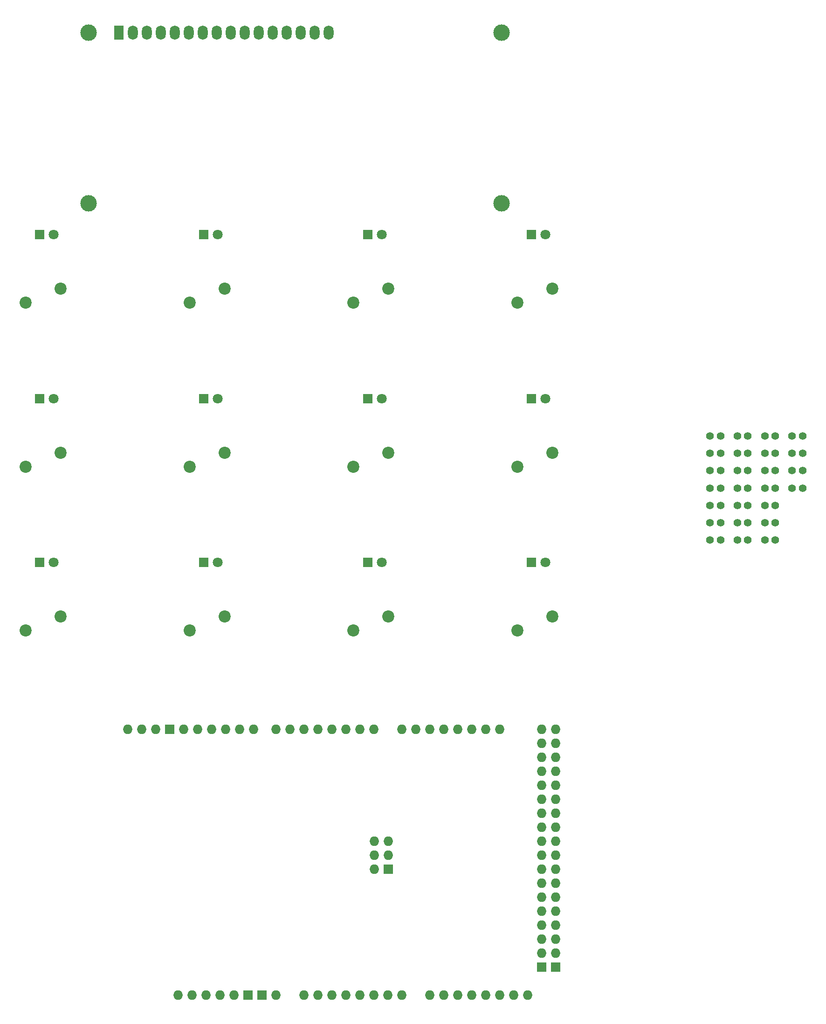
<source format=gbr>
%TF.GenerationSoftware,KiCad,Pcbnew,9.0.6*%
%TF.CreationDate,2025-12-06T00:52:23+00:00*%
%TF.ProjectId,DT,44542e6b-6963-4616-945f-706362585858,rev?*%
%TF.SameCoordinates,Original*%
%TF.FileFunction,Copper,L2,Bot*%
%TF.FilePolarity,Positive*%
%FSLAX46Y46*%
G04 Gerber Fmt 4.6, Leading zero omitted, Abs format (unit mm)*
G04 Created by KiCad (PCBNEW 9.0.6) date 2025-12-06 00:52:23*
%MOMM*%
%LPD*%
G01*
G04 APERTURE LIST*
%TA.AperFunction,ComponentPad*%
%ADD10C,1.400000*%
%TD*%
%TA.AperFunction,ComponentPad*%
%ADD11R,1.800000X1.800000*%
%TD*%
%TA.AperFunction,ComponentPad*%
%ADD12C,1.800000*%
%TD*%
%TA.AperFunction,ComponentPad*%
%ADD13C,2.200000*%
%TD*%
%TA.AperFunction,ComponentPad*%
%ADD14O,1.727200X1.727200*%
%TD*%
%TA.AperFunction,ComponentPad*%
%ADD15R,1.727200X1.727200*%
%TD*%
%TA.AperFunction,ComponentPad*%
%ADD16C,3.000000*%
%TD*%
%TA.AperFunction,ComponentPad*%
%ADD17R,1.800000X2.600000*%
%TD*%
%TA.AperFunction,ComponentPad*%
%ADD18O,1.800000X2.600000*%
%TD*%
G04 APERTURE END LIST*
D10*
%TO.P,R5,1*%
%TO.N,Net-(D5-A)*%
X-251055000Y-43850000D03*
%TO.P,R5,2*%
%TO.N,GND*%
X-249155000Y-43850000D03*
%TD*%
D11*
%TO.P,D6,1,K*%
%TO.N,Net-(D6-K)*%
X-343032000Y-24465000D03*
D12*
%TO.P,D6,2,A*%
%TO.N,Net-(D6-A)*%
X-340492000Y-24465000D03*
%TD*%
D11*
%TO.P,D7,1,K*%
%TO.N,Net-(D7-K)*%
X-313262000Y-24465000D03*
D12*
%TO.P,D7,2,A*%
%TO.N,Net-(D7-A)*%
X-310722000Y-24465000D03*
%TD*%
D10*
%TO.P,R8,1*%
%TO.N,Net-(D8-A)*%
X-246095000Y-31250000D03*
%TO.P,R8,2*%
%TO.N,GND*%
X-244195000Y-31250000D03*
%TD*%
D13*
%TO.P,SW11,1,1*%
%TO.N,Net-(A1-PadD32)*%
X-309470000Y-64040000D03*
%TO.P,SW11,2,2*%
%TO.N,+5V*%
X-315820000Y-66580000D03*
%TD*%
D10*
%TO.P,R24,1*%
%TO.N,Net-(A1-PadD31)*%
X-236175000Y-37550000D03*
%TO.P,R24,2*%
%TO.N,GND*%
X-234275000Y-37550000D03*
%TD*%
D11*
%TO.P,D5,1,K*%
%TO.N,Net-(D5-K)*%
X-372802000Y-24465000D03*
D12*
%TO.P,D5,2,A*%
%TO.N,Net-(D5-A)*%
X-370262000Y-24465000D03*
%TD*%
D13*
%TO.P,SW9,1,1*%
%TO.N,Net-(A1-PadD30)*%
X-369010000Y-64040000D03*
%TO.P,SW9,2,2*%
%TO.N,+5V*%
X-375360000Y-66580000D03*
%TD*%
D10*
%TO.P,R4,1*%
%TO.N,Net-(D4-A)*%
X-251055000Y-40700000D03*
%TO.P,R4,2*%
%TO.N,GND*%
X-249155000Y-40700000D03*
%TD*%
D11*
%TO.P,D9,1,K*%
%TO.N,Net-(A1-D50_MISO)*%
X-372802000Y-54235000D03*
D12*
%TO.P,D9,2,A*%
%TO.N,Net-(D9-A)*%
X-370262000Y-54235000D03*
%TD*%
D10*
%TO.P,R1,1*%
%TO.N,Net-(D1-A)*%
X-251055000Y-31250000D03*
%TO.P,R1,2*%
%TO.N,GND*%
X-249155000Y-31250000D03*
%TD*%
D11*
%TO.P,D1,1,K*%
%TO.N,Net-(D1-K)*%
X-372802000Y5305000D03*
D12*
%TO.P,D1,2,A*%
%TO.N,Net-(D1-A)*%
X-370262000Y5305000D03*
%TD*%
D10*
%TO.P,R11,1*%
%TO.N,Net-(D11-A)*%
X-246095000Y-40700000D03*
%TO.P,R11,2*%
%TO.N,GND*%
X-244195000Y-40700000D03*
%TD*%
D14*
%TO.P,A1,*%
%TO.N,*%
X-347710000Y-132730000D03*
%TO.P,A1,3V3,3.3V*%
%TO.N,unconnected-(A1-3.3V-Pad3V3)*%
X-340090000Y-132730000D03*
%TO.P,A1,5V1,5V*%
%TO.N,unconnected-(A1-5V-Pad5V1)*%
X-337550000Y-132730000D03*
%TO.P,A1,5V2,SPI_5V*%
%TO.N,unconnected-(A1-SPI_5V-Pad5V2)*%
X-309483000Y-104790000D03*
%TO.P,A1,5V3,5V*%
%TO.N,unconnected-(A1-5V-Pad5V3)*%
X-281670000Y-84470000D03*
%TO.P,A1,5V4,5V*%
%TO.N,unconnected-(A1-5V-Pad5V4)*%
X-279130000Y-84470000D03*
%TO.P,A1,A0,A0*%
%TO.N,unconnected-(A1-PadA0)*%
X-324850000Y-132730000D03*
%TO.P,A1,A1,A1*%
%TO.N,unconnected-(A1-PadA1)*%
X-322310000Y-132730000D03*
%TO.P,A1,A2,A2*%
%TO.N,unconnected-(A1-PadA2)*%
X-319770000Y-132730000D03*
%TO.P,A1,A3,A3*%
%TO.N,unconnected-(A1-PadA3)*%
X-317230000Y-132730000D03*
%TO.P,A1,A4,A4*%
%TO.N,unconnected-(A1-PadA4)*%
X-314690000Y-132730000D03*
%TO.P,A1,A5,A5*%
%TO.N,unconnected-(A1-PadA5)*%
X-312150000Y-132730000D03*
%TO.P,A1,A6,A6*%
%TO.N,unconnected-(A1-PadA6)*%
X-309610000Y-132730000D03*
%TO.P,A1,A7,A7*%
%TO.N,unconnected-(A1-PadA7)*%
X-307070000Y-132730000D03*
%TO.P,A1,A8,A8*%
%TO.N,unconnected-(A1-PadA8)*%
X-301990000Y-132730000D03*
%TO.P,A1,A9,A9*%
%TO.N,unconnected-(A1-PadA9)*%
X-299450000Y-132730000D03*
%TO.P,A1,A10,A10*%
%TO.N,unconnected-(A1-PadA10)*%
X-296910000Y-132730000D03*
%TO.P,A1,A11,A11*%
%TO.N,unconnected-(A1-PadA11)*%
X-294370000Y-132730000D03*
%TO.P,A1,A12,A12*%
%TO.N,unconnected-(A1-PadA12)*%
X-291830000Y-132730000D03*
%TO.P,A1,A13,A13*%
%TO.N,unconnected-(A1-PadA13)*%
X-289290000Y-132730000D03*
%TO.P,A1,A14,A14*%
%TO.N,unconnected-(A1-PadA14)*%
X-286750000Y-132730000D03*
%TO.P,A1,A15,A15*%
%TO.N,unconnected-(A1-PadA15)*%
X-284210000Y-132730000D03*
%TO.P,A1,AREF,AREF*%
%TO.N,unconnected-(A1-PadAREF)*%
X-351774000Y-84470000D03*
%TO.P,A1,D0,D0/RX0*%
%TO.N,unconnected-(A1-D0{slash}RX0-PadD0)*%
X-312150000Y-84470000D03*
%TO.P,A1,D1,D1/TX0*%
%TO.N,unconnected-(A1-D1{slash}TX0-PadD1)*%
X-314690000Y-84470000D03*
%TO.P,A1,D2,D2_INT0*%
%TO.N,Net-(A1-D2_INT0)*%
X-317230000Y-84470000D03*
%TO.P,A1,D3,D3_INT1*%
%TO.N,Net-(A1-D3_INT1)*%
X-319770000Y-84470000D03*
%TO.P,A1,D4,D4*%
%TO.N,Net-(DS1-D5)*%
X-322310000Y-84470000D03*
%TO.P,A1,D5,D5*%
%TO.N,Net-(DS1-D4)*%
X-324850000Y-84470000D03*
%TO.P,A1,D6,D6*%
%TO.N,unconnected-(A1-PadD6)*%
X-327390000Y-84470000D03*
%TO.P,A1,D7,D7*%
%TO.N,unconnected-(A1-PadD7)*%
X-329930000Y-84470000D03*
%TO.P,A1,D8,D8*%
%TO.N,unconnected-(A1-PadD8)*%
X-333994000Y-84470000D03*
%TO.P,A1,D9,D9*%
%TO.N,unconnected-(A1-PadD9)*%
X-336534000Y-84470000D03*
%TO.P,A1,D10,D10*%
%TO.N,unconnected-(A1-PadD10)*%
X-339074000Y-84470000D03*
%TO.P,A1,D11,D11*%
%TO.N,Net-(DS1-E)*%
X-341614000Y-84470000D03*
%TO.P,A1,D12,D12*%
%TO.N,Net-(DS1-RS)*%
X-344154000Y-84470000D03*
%TO.P,A1,D13,D13*%
%TO.N,unconnected-(A1-PadD13)*%
X-346694000Y-84470000D03*
%TO.P,A1,D14,D14/TX3*%
%TO.N,unconnected-(A1-D14{slash}TX3-PadD14)*%
X-307070000Y-84470000D03*
%TO.P,A1,D15,D15/RX3*%
%TO.N,unconnected-(A1-D15{slash}RX3-PadD15)*%
X-304530000Y-84470000D03*
%TO.P,A1,D16,D16/TX2*%
%TO.N,unconnected-(A1-D16{slash}TX2-PadD16)*%
X-301990000Y-84470000D03*
%TO.P,A1,D17,D17/RX2*%
%TO.N,unconnected-(A1-D17{slash}RX2-PadD17)*%
X-299450000Y-84470000D03*
%TO.P,A1,D18,D18/TX1*%
%TO.N,unconnected-(A1-D18{slash}TX1-PadD18)*%
X-296910000Y-84470000D03*
%TO.P,A1,D19,D19/RX1*%
%TO.N,unconnected-(A1-D19{slash}RX1-PadD19)*%
X-294370000Y-84470000D03*
%TO.P,A1,D20,D20/SDA*%
%TO.N,unconnected-(A1-D20{slash}SDA-PadD20)*%
X-291830000Y-84470000D03*
%TO.P,A1,D21,D21/SCL*%
%TO.N,unconnected-(A1-D21{slash}SCL-PadD21)*%
X-289290000Y-84470000D03*
%TO.P,A1,D22,D22*%
%TO.N,Net-(A1-PadD22)*%
X-281670000Y-87010000D03*
%TO.P,A1,D23,D23*%
%TO.N,Net-(A1-PadD23)*%
X-279130000Y-87010000D03*
%TO.P,A1,D24,D24*%
%TO.N,Net-(A1-PadD24)*%
X-281670000Y-89550000D03*
%TO.P,A1,D25,D25*%
%TO.N,Net-(A1-PadD25)*%
X-279130000Y-89550000D03*
%TO.P,A1,D26,D26*%
%TO.N,Net-(A1-PadD26)*%
X-281670000Y-92090000D03*
%TO.P,A1,D27,D27*%
%TO.N,Net-(A1-PadD27)*%
X-279130000Y-92090000D03*
%TO.P,A1,D28,D28*%
%TO.N,Net-(A1-PadD28)*%
X-281670000Y-94630000D03*
%TO.P,A1,D29,D29*%
%TO.N,Net-(A1-PadD29)*%
X-279130000Y-94630000D03*
%TO.P,A1,D30,D30*%
%TO.N,Net-(A1-PadD30)*%
X-281670000Y-97170000D03*
%TO.P,A1,D31,D31*%
%TO.N,Net-(A1-PadD31)*%
X-279130000Y-97170000D03*
%TO.P,A1,D32,D32*%
%TO.N,Net-(A1-PadD32)*%
X-281670000Y-99710000D03*
%TO.P,A1,D33,D33*%
%TO.N,Net-(A1-PadD33)*%
X-279130000Y-99710000D03*
%TO.P,A1,D34,D34*%
%TO.N,unconnected-(A1-PadD34)*%
X-281670000Y-102250000D03*
%TO.P,A1,D35,D35*%
%TO.N,unconnected-(A1-PadD35)*%
X-279130000Y-102250000D03*
%TO.P,A1,D36,D36*%
%TO.N,unconnected-(A1-PadD36)*%
X-281670000Y-104790000D03*
%TO.P,A1,D37,D37*%
%TO.N,unconnected-(A1-PadD37)*%
X-279130000Y-104790000D03*
%TO.P,A1,D38,D38*%
%TO.N,unconnected-(A1-PadD38)*%
X-281670000Y-107330000D03*
%TO.P,A1,D39,D39*%
%TO.N,unconnected-(A1-PadD39)*%
X-279130000Y-107330000D03*
%TO.P,A1,D40,D40*%
%TO.N,unconnected-(A1-PadD40)*%
X-281670000Y-109870000D03*
%TO.P,A1,D41,D41*%
%TO.N,unconnected-(A1-PadD41)*%
X-279130000Y-109870000D03*
%TO.P,A1,D42,D42*%
%TO.N,Net-(D1-K)*%
X-281670000Y-112410000D03*
%TO.P,A1,D43,D43*%
%TO.N,Net-(D2-K)*%
X-279130000Y-112410000D03*
%TO.P,A1,D44,D44*%
%TO.N,Net-(D3-K)*%
X-281670000Y-114950000D03*
%TO.P,A1,D45,D45*%
%TO.N,Net-(D4-K)*%
X-279130000Y-114950000D03*
%TO.P,A1,D46,D46*%
%TO.N,Net-(D5-K)*%
X-281670000Y-117490000D03*
%TO.P,A1,D47,D47*%
%TO.N,Net-(D6-K)*%
X-279130000Y-117490000D03*
%TO.P,A1,D48,D48*%
%TO.N,Net-(D7-K)*%
X-281670000Y-120030000D03*
%TO.P,A1,D49,D49*%
%TO.N,Net-(D8-K)*%
X-279130000Y-120030000D03*
%TO.P,A1,D50,D50_MISO*%
%TO.N,Net-(A1-D50_MISO)*%
X-281670000Y-122570000D03*
%TO.P,A1,D51,D51_MOSI*%
%TO.N,Net-(A1-D51_MOSI)*%
X-279130000Y-122570000D03*
%TO.P,A1,D52,D52_SCK*%
%TO.N,Net-(A1-D52_SCK)*%
X-281670000Y-125110000D03*
%TO.P,A1,D53,D53_CS*%
%TO.N,Net-(A1-D53_CS)*%
X-279130000Y-125110000D03*
D15*
%TO.P,A1,GND1,GND*%
%TO.N,unconnected-(A1-GND-PadGND1)*%
X-349234000Y-84470000D03*
%TO.P,A1,GND2,GND*%
%TO.N,unconnected-(A1-GND-PadGND2)*%
X-335010000Y-132730000D03*
%TO.P,A1,GND3,GND*%
%TO.N,unconnected-(A1-GND-PadGND3)*%
X-332470000Y-132730000D03*
%TO.P,A1,GND4,SPI_GND*%
%TO.N,unconnected-(A1-SPI_GND-PadGND4)*%
X-309483000Y-109870000D03*
%TO.P,A1,GND5,GND*%
%TO.N,unconnected-(A1-GND-PadGND5)*%
X-281670000Y-127650000D03*
%TO.P,A1,GND6,GND*%
%TO.N,unconnected-(A1-GND-PadGND6)*%
X-279130000Y-127650000D03*
D14*
%TO.P,A1,IORF,IOREF*%
%TO.N,unconnected-(A1-IOREF-PadIORF)*%
X-345170000Y-132730000D03*
%TO.P,A1,MISO,SPI_MISO*%
%TO.N,unconnected-(A1-SPI_MISO-PadMISO)*%
X-312023000Y-104790000D03*
%TO.P,A1,MOSI,SPI_MOSI*%
%TO.N,unconnected-(A1-SPI_MOSI-PadMOSI)*%
X-309483000Y-107330000D03*
%TO.P,A1,RST1,RESET*%
%TO.N,unconnected-(A1-RESET-PadRST1)*%
X-342630000Y-132730000D03*
%TO.P,A1,RST2,SPI_RESET*%
%TO.N,unconnected-(A1-SPI_RESET-PadRST2)*%
X-312023000Y-109870000D03*
%TO.P,A1,SCK,SPI_SCK*%
%TO.N,unconnected-(A1-SPI_SCK-PadSCK)*%
X-312023000Y-107330000D03*
%TO.P,A1,SCL,SCL*%
%TO.N,unconnected-(A1-PadSCL)*%
X-356854000Y-84470000D03*
%TO.P,A1,SDA,SDA*%
%TO.N,unconnected-(A1-PadSDA)*%
X-354314000Y-84470000D03*
%TO.P,A1,VIN,VIN*%
%TO.N,unconnected-(A1-PadVIN)*%
X-329930000Y-132730000D03*
%TD*%
D10*
%TO.P,R3,1*%
%TO.N,Net-(D3-A)*%
X-251055000Y-37550000D03*
%TO.P,R3,2*%
%TO.N,GND*%
X-249155000Y-37550000D03*
%TD*%
%TO.P,R25,1*%
%TO.N,Net-(DS1-LED(+))*%
X-236175000Y-40700000D03*
%TO.P,R25,2*%
%TO.N,+5V*%
X-234275000Y-40700000D03*
%TD*%
D13*
%TO.P,SW12,1,1*%
%TO.N,Net-(A1-PadD33)*%
X-279700000Y-64040000D03*
%TO.P,SW12,2,2*%
%TO.N,+5V*%
X-286050000Y-66580000D03*
%TD*%
D10*
%TO.P,R23,1*%
%TO.N,Net-(A1-PadD33)*%
X-236175000Y-34400000D03*
%TO.P,R23,2*%
%TO.N,GND*%
X-234275000Y-34400000D03*
%TD*%
%TO.P,R21,1*%
%TO.N,Net-(A1-PadD28)*%
X-241135000Y-50150000D03*
%TO.P,R21,2*%
%TO.N,GND*%
X-239235000Y-50150000D03*
%TD*%
%TO.P,R12,1*%
%TO.N,Net-(D12-A)*%
X-246095000Y-43850000D03*
%TO.P,R12,2*%
%TO.N,GND*%
X-244195000Y-43850000D03*
%TD*%
D16*
%TO.P,DS1,*%
%TO.N,*%
X-363955000Y42000000D03*
X-363955000Y10999300D03*
X-288956420Y10999300D03*
X-288955900Y42000000D03*
D17*
%TO.P,DS1,1,VSS*%
%TO.N,GND*%
X-358455900Y42000000D03*
D18*
%TO.P,DS1,2,VDD*%
%TO.N,+5V*%
X-355915900Y42000000D03*
%TO.P,DS1,3,VO*%
%TO.N,unconnected-(DS1-VO-Pad3)*%
X-353375900Y42000000D03*
%TO.P,DS1,4,RS*%
%TO.N,Net-(DS1-RS)*%
X-350835900Y42000000D03*
%TO.P,DS1,5,R/W*%
%TO.N,GND*%
X-348295900Y42000000D03*
%TO.P,DS1,6,E*%
%TO.N,Net-(DS1-E)*%
X-345755900Y42000000D03*
%TO.P,DS1,7,D0*%
%TO.N,unconnected-(DS1-D0-Pad7)*%
X-343215900Y42000000D03*
%TO.P,DS1,8,D1*%
%TO.N,unconnected-(DS1-D1-Pad8)*%
X-340675900Y42000000D03*
%TO.P,DS1,9,D2*%
%TO.N,unconnected-(DS1-D2-Pad9)*%
X-338135900Y42000000D03*
%TO.P,DS1,10,D3*%
%TO.N,unconnected-(DS1-D3-Pad10)*%
X-335595900Y42000000D03*
%TO.P,DS1,11,D4*%
%TO.N,Net-(DS1-D4)*%
X-333055900Y42000000D03*
%TO.P,DS1,12,D5*%
%TO.N,Net-(DS1-D5)*%
X-330515900Y42000000D03*
%TO.P,DS1,13,D6*%
%TO.N,Net-(A1-D3_INT1)*%
X-327975900Y42000000D03*
%TO.P,DS1,14,D7*%
%TO.N,Net-(A1-D2_INT0)*%
X-325435900Y42000000D03*
%TO.P,DS1,15,LED(+)*%
%TO.N,Net-(DS1-LED(+))*%
X-322895900Y42000000D03*
%TO.P,DS1,16,LED(-)*%
%TO.N,GND*%
X-320355900Y42000000D03*
%TD*%
D13*
%TO.P,SW2,1,1*%
%TO.N,Net-(A1-PadD23)*%
X-339240000Y-4500000D03*
%TO.P,SW2,2,2*%
%TO.N,+5V*%
X-345590000Y-7040000D03*
%TD*%
D10*
%TO.P,R14,1*%
%TO.N,Net-(A1-PadD23)*%
X-246095000Y-50150000D03*
%TO.P,R14,2*%
%TO.N,GND*%
X-244195000Y-50150000D03*
%TD*%
%TO.P,R22,1*%
%TO.N,Net-(A1-PadD27)*%
X-236175000Y-31250000D03*
%TO.P,R22,2*%
%TO.N,GND*%
X-234275000Y-31250000D03*
%TD*%
D13*
%TO.P,SW4,1,1*%
%TO.N,Net-(A1-PadD25)*%
X-279700000Y-4500000D03*
%TO.P,SW4,2,2*%
%TO.N,+5V*%
X-286050000Y-7040000D03*
%TD*%
%TO.P,SW6,1,1*%
%TO.N,Net-(A1-PadD27)*%
X-339240000Y-34270000D03*
%TO.P,SW6,2,2*%
%TO.N,+5V*%
X-345590000Y-36810000D03*
%TD*%
D10*
%TO.P,R15,1*%
%TO.N,Net-(A1-PadD24)*%
X-241135000Y-31250000D03*
%TO.P,R15,2*%
%TO.N,GND*%
X-239235000Y-31250000D03*
%TD*%
D13*
%TO.P,SW3,1,1*%
%TO.N,Net-(A1-PadD24)*%
X-309470000Y-4500000D03*
%TO.P,SW3,2,2*%
%TO.N,+5V*%
X-315820000Y-7040000D03*
%TD*%
D11*
%TO.P,D12,1,K*%
%TO.N,Net-(A1-D53_CS)*%
X-283492000Y-54235000D03*
D12*
%TO.P,D12,2,A*%
%TO.N,Net-(D12-A)*%
X-280952000Y-54235000D03*
%TD*%
D10*
%TO.P,R16,1*%
%TO.N,Net-(A1-PadD25)*%
X-241135000Y-34400000D03*
%TO.P,R16,2*%
%TO.N,GND*%
X-239235000Y-34400000D03*
%TD*%
D11*
%TO.P,D2,1,K*%
%TO.N,Net-(D2-K)*%
X-343032000Y5305000D03*
D12*
%TO.P,D2,2,A*%
%TO.N,Net-(D2-A)*%
X-340492000Y5305000D03*
%TD*%
D13*
%TO.P,SW1,1,1*%
%TO.N,Net-(A1-PadD22)*%
X-369010000Y-4500000D03*
%TO.P,SW1,2,2*%
%TO.N,+5V*%
X-375360000Y-7040000D03*
%TD*%
D11*
%TO.P,D3,1,K*%
%TO.N,Net-(D3-K)*%
X-313262000Y5305000D03*
D12*
%TO.P,D3,2,A*%
%TO.N,Net-(D3-A)*%
X-310722000Y5305000D03*
%TD*%
D10*
%TO.P,R17,1*%
%TO.N,Net-(A1-PadD26)*%
X-241135000Y-37550000D03*
%TO.P,R17,2*%
%TO.N,GND*%
X-239235000Y-37550000D03*
%TD*%
D13*
%TO.P,SW8,1,1*%
%TO.N,Net-(A1-PadD29)*%
X-279700000Y-34270000D03*
%TO.P,SW8,2,2*%
%TO.N,+5V*%
X-286050000Y-36810000D03*
%TD*%
D10*
%TO.P,R10,1*%
%TO.N,Net-(D10-A)*%
X-246095000Y-37550000D03*
%TO.P,R10,2*%
%TO.N,GND*%
X-244195000Y-37550000D03*
%TD*%
%TO.P,R19,1*%
%TO.N,Net-(A1-PadD30)*%
X-241135000Y-43850000D03*
%TO.P,R19,2*%
%TO.N,GND*%
X-239235000Y-43850000D03*
%TD*%
%TO.P,R20,1*%
%TO.N,Net-(A1-PadD29)*%
X-241135000Y-47000000D03*
%TO.P,R20,2*%
%TO.N,GND*%
X-239235000Y-47000000D03*
%TD*%
%TO.P,R2,1*%
%TO.N,Net-(D2-A)*%
X-251055000Y-34400000D03*
%TO.P,R2,2*%
%TO.N,GND*%
X-249155000Y-34400000D03*
%TD*%
D13*
%TO.P,SW5,1,1*%
%TO.N,Net-(A1-PadD26)*%
X-369010000Y-34270000D03*
%TO.P,SW5,2,2*%
%TO.N,+5V*%
X-375360000Y-36810000D03*
%TD*%
D11*
%TO.P,D4,1,K*%
%TO.N,Net-(D4-K)*%
X-283492000Y5305000D03*
D12*
%TO.P,D4,2,A*%
%TO.N,Net-(D4-A)*%
X-280952000Y5305000D03*
%TD*%
D10*
%TO.P,R6,1*%
%TO.N,Net-(D6-A)*%
X-251055000Y-47000000D03*
%TO.P,R6,2*%
%TO.N,GND*%
X-249155000Y-47000000D03*
%TD*%
D11*
%TO.P,D11,1,K*%
%TO.N,Net-(A1-D52_SCK)*%
X-313262000Y-54235000D03*
D12*
%TO.P,D11,2,A*%
%TO.N,Net-(D11-A)*%
X-310722000Y-54235000D03*
%TD*%
D10*
%TO.P,R18,1*%
%TO.N,Net-(A1-PadD32)*%
X-241135000Y-40700000D03*
%TO.P,R18,2*%
%TO.N,GND*%
X-239235000Y-40700000D03*
%TD*%
%TO.P,R9,1*%
%TO.N,Net-(D9-A)*%
X-246095000Y-34400000D03*
%TO.P,R9,2*%
%TO.N,GND*%
X-244195000Y-34400000D03*
%TD*%
D11*
%TO.P,D8,1,K*%
%TO.N,Net-(D8-K)*%
X-283492000Y-24465000D03*
D12*
%TO.P,D8,2,A*%
%TO.N,Net-(D8-A)*%
X-280952000Y-24465000D03*
%TD*%
D10*
%TO.P,R13,1*%
%TO.N,Net-(A1-PadD22)*%
X-246095000Y-47000000D03*
%TO.P,R13,2*%
%TO.N,GND*%
X-244195000Y-47000000D03*
%TD*%
D13*
%TO.P,SW7,1,1*%
%TO.N,Net-(A1-PadD28)*%
X-309470000Y-34270000D03*
%TO.P,SW7,2,2*%
%TO.N,+5V*%
X-315820000Y-36810000D03*
%TD*%
%TO.P,SW10,1,1*%
%TO.N,Net-(A1-PadD31)*%
X-339240000Y-64040000D03*
%TO.P,SW10,2,2*%
%TO.N,+5V*%
X-345590000Y-66580000D03*
%TD*%
D11*
%TO.P,D10,1,K*%
%TO.N,Net-(A1-D51_MOSI)*%
X-343032000Y-54235000D03*
D12*
%TO.P,D10,2,A*%
%TO.N,Net-(D10-A)*%
X-340492000Y-54235000D03*
%TD*%
D10*
%TO.P,R7,1*%
%TO.N,Net-(D7-A)*%
X-251055000Y-50150000D03*
%TO.P,R7,2*%
%TO.N,GND*%
X-249155000Y-50150000D03*
%TD*%
M02*

</source>
